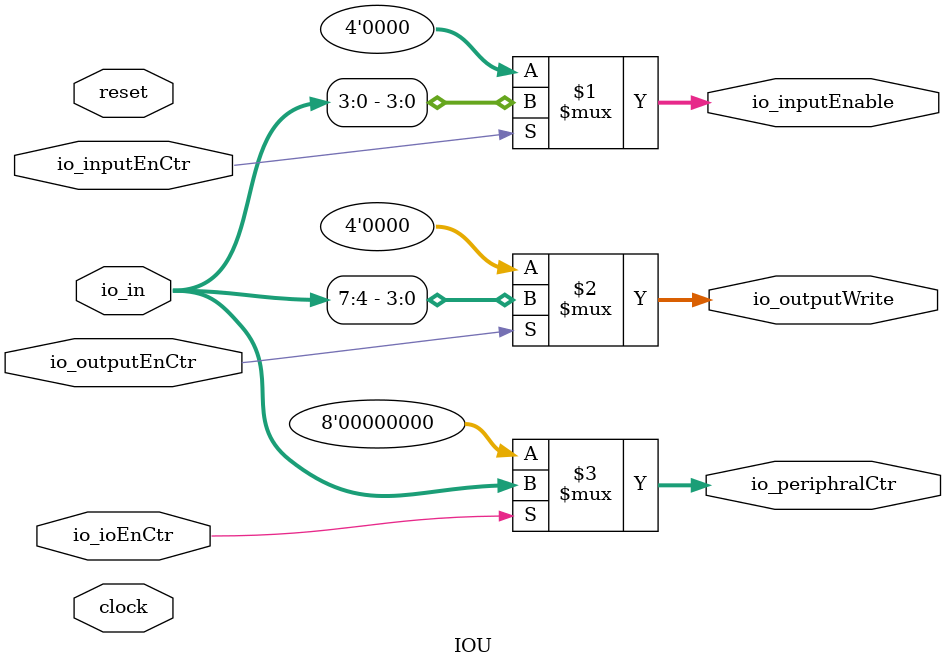
<source format=sv>
module IOU(
  input        clock,
               reset,
  input  [7:0] io_in,
  input        io_inputEnCtr,
               io_outputEnCtr,
               io_ioEnCtr,
  output [3:0] io_inputEnable,
               io_outputWrite,
  output [7:0] io_periphralCtr
);

  assign io_inputEnable = io_inputEnCtr ? io_in[3:0] : 4'h0;
  assign io_outputWrite = io_outputEnCtr ? io_in[7:4] : 4'h0;
  assign io_periphralCtr = io_ioEnCtr ? io_in : 8'h0;
endmodule


</source>
